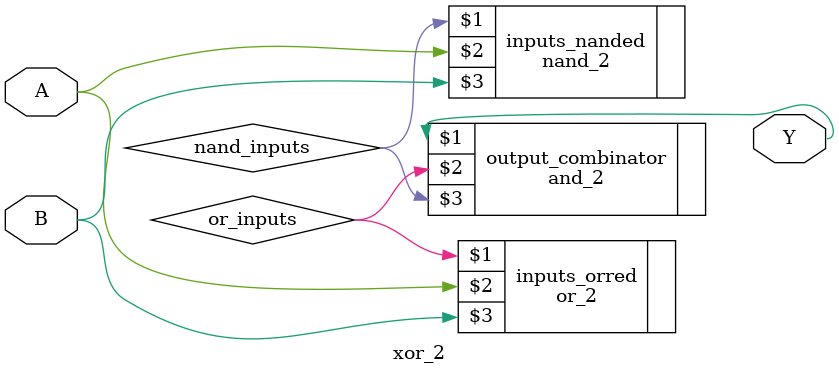
<source format=v>
module xor_2(output wire Y, input wire A, input wire B);
    wire or_inputs, nand_inputs;

    or_2 inputs_orred(or_inputs, A, B);
    nand_2 inputs_nanded(nand_inputs, A, B);

    and_2 output_combinator(Y, or_inputs, nand_inputs);
endmodule

</source>
